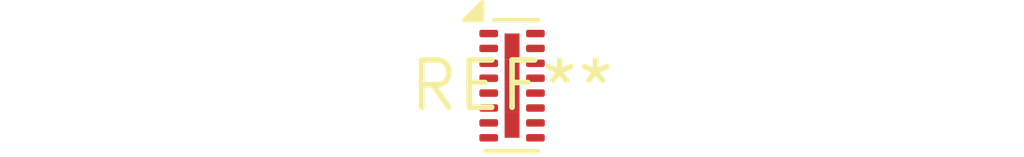
<source format=kicad_pcb>
(kicad_pcb (version 20240108) (generator pcbnew)
  (layers (0 "F.Cu" signal) (31 "B.Cu" signal) (34 "B.Paste" user) (35 "F.Paste" user) (36 "B.SilkS" user "B.Silkscreen") (37 "F.SilkS" user "F.Silkscreen") (38 "B.Mask" user) (39 "F.Mask" user) (44 "Edge.Cuts" user))
  (net 0 "")
  (footprint "WSON-16_3.3x1.35_P0.4mm" (layer "F.Cu") (at 0 0)
    (property "Reference" "REF**")
    (property "Value" "WSON-16_3.3x1.35_P0.4mm")
    (fp_line (start 0.69 1.76) (end -0.71 1.76) (layer "F.SilkS") (stroke (width 0.12)))
    (fp_line (start 0.7 -1.76) (end -0.48 -1.76) (layer "F.SilkS") (stroke (width 0.12)))
    (fp_poly (pts (xy -0.8 -1.76) (xy -1.28 -1.76) (xy -0.8 -2.24) (xy -0.8 -1.76)) (layer "F.SilkS") (stroke (width 0.12)) (fill solid))
    (pad "1" smd roundrect (at -0.625 -1.4 270) (size 0.2 0.5) (layers "F.Cu" "F.Paste" "F.Mask"))
    (pad "2" smd roundrect (at -0.625 -1 270) (size 0.2 0.5) (layers "F.Cu" "F.Paste" "F.Mask"))
    (pad "3" smd roundrect (at -0.625 -0.6 270) (size 0.2 0.5) (layers "F.Cu" "F.Paste" "F.Mask"))
    (pad "4" smd roundrect (at -0.625 -0.2 270) (size 0.2 0.5) (layers "F.Cu" "F.Paste" "F.Mask"))
    (pad "5" smd roundrect (at -0.625 0.2 270) (size 0.2 0.5) (layers "F.Cu" "F.Paste" "F.Mask"))
    (pad "6" smd roundrect (at -0.625 0.6 270) (size 0.2 0.5) (layers "F.Cu" "F.Paste" "F.Mask"))
    (pad "7" smd roundrect (at -0.625 1 270) (size 0.2 0.5) (layers "F.Cu" "F.Paste" "F.Mask"))
    (pad "8" smd roundrect (at -0.625 1.4 270) (size 0.2 0.5) (layers "F.Cu" "F.Paste" "F.Mask"))
    (pad "9" smd roundrect (at 0.625 1.4 270) (size 0.2 0.5) (layers "F.Cu" "F.Paste" "F.Mask"))
    (pad "10" smd roundrect (at 0.625 1 270) (size 0.2 0.5) (layers "F.Cu" "F.Paste" "F.Mask"))
    (pad "11" smd roundrect (at 0.625 0.6 270) (size 0.2 0.5) (layers "F.Cu" "F.Paste" "F.Mask"))
    (pad "12" smd roundrect (at 0.625 0.2 270) (size 0.2 0.5) (layers "F.Cu" "F.Paste" "F.Mask"))
    (pad "13" smd roundrect (at 0.625 -0.2 270) (size 0.2 0.5) (layers "F.Cu" "F.Paste" "F.Mask"))
    (pad "14" smd roundrect (at 0.625 -0.6 270) (size 0.2 0.5) (layers "F.Cu" "F.Paste" "F.Mask"))
    (pad "15" smd roundrect (at 0.625 -1 270) (size 0.2 0.5) (layers "F.Cu" "F.Paste" "F.Mask"))
    (pad "16" smd roundrect (at 0.625 -1.4 270) (size 0.2 0.5) (layers "F.Cu" "F.Paste" "F.Mask"))
    (pad "17" smd rect (at 0 -1.05 270) (size 0.7 0.4) (layers "F.Cu" "F.Paste" "F.Mask"))
    (pad "17" smd rect (at 0 -0.35 270) (size 0.7 0.4) (layers "F.Cu" "F.Paste" "F.Mask"))
    (pad "17" smd rect (at 0 0.35 270) (size 0.7 0.4) (layers "F.Cu" "F.Paste" "F.Mask"))
    (pad "17" smd rect (at 0 1.05 270) (size 0.7 0.4) (layers "F.Cu" "F.Paste" "F.Mask"))
  )
)
</source>
